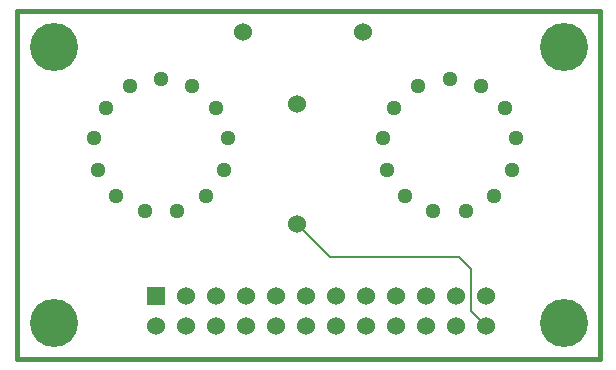
<source format=gbl>
G04 (created by PCBNEW-RS274X (2011-04-29 BZR 2986)-stable) date 8/31/2011 10:38:09 PM*
G01*
G70*
G90*
%MOIN*%
G04 Gerber Fmt 3.4, Leading zero omitted, Abs format*
%FSLAX34Y34*%
G04 APERTURE LIST*
%ADD10C,0.006000*%
%ADD11C,0.015000*%
%ADD12R,0.060000X0.060000*%
%ADD13C,0.060000*%
%ADD14C,0.160000*%
%ADD15C,0.051200*%
%ADD16C,0.008000*%
G04 APERTURE END LIST*
G54D10*
G54D11*
X07800Y-18600D02*
X27200Y-18600D01*
X07800Y-07000D02*
X27200Y-07000D01*
X07781Y-07000D02*
X07781Y-18600D01*
X27200Y-18600D02*
X27200Y-07000D01*
G54D12*
X12400Y-16500D03*
G54D13*
X12400Y-17500D03*
X13400Y-16500D03*
X13400Y-17500D03*
X14400Y-16500D03*
X14400Y-17500D03*
X15400Y-16500D03*
X15400Y-17500D03*
X16400Y-16500D03*
X16400Y-17500D03*
X17400Y-16500D03*
X17400Y-17500D03*
X18400Y-16500D03*
X18400Y-17500D03*
X19400Y-16500D03*
X19400Y-17500D03*
X20400Y-16500D03*
X20400Y-17500D03*
X21400Y-16500D03*
X21400Y-17500D03*
X22400Y-16500D03*
X22400Y-17500D03*
X23400Y-16500D03*
X23400Y-17500D03*
G54D14*
X26000Y-08200D03*
X26000Y-17400D03*
X09000Y-17400D03*
X09000Y-08200D03*
G54D15*
X12581Y-09256D03*
X13624Y-09512D03*
X14427Y-10224D03*
X14809Y-11228D03*
X14679Y-12295D03*
X14069Y-13181D03*
X13120Y-13677D03*
X12042Y-13677D03*
X11093Y-13181D03*
X10483Y-12295D03*
X10353Y-11228D03*
X10735Y-10224D03*
X11538Y-09512D03*
X22200Y-09256D03*
X23243Y-09512D03*
X24046Y-10224D03*
X24428Y-11228D03*
X24298Y-12295D03*
X23688Y-13181D03*
X22739Y-13677D03*
X21661Y-13677D03*
X20712Y-13181D03*
X20102Y-12295D03*
X19972Y-11228D03*
X20354Y-10224D03*
X21157Y-09512D03*
G54D13*
X15300Y-07700D03*
X19300Y-07700D03*
X17100Y-10100D03*
X17100Y-14100D03*
G54D16*
X18200Y-15200D02*
X17100Y-14100D01*
X22500Y-15200D02*
X18200Y-15200D01*
X22900Y-15600D02*
X22500Y-15200D01*
X22900Y-17000D02*
X22900Y-15600D01*
X23400Y-17500D02*
X22900Y-17000D01*
M02*

</source>
